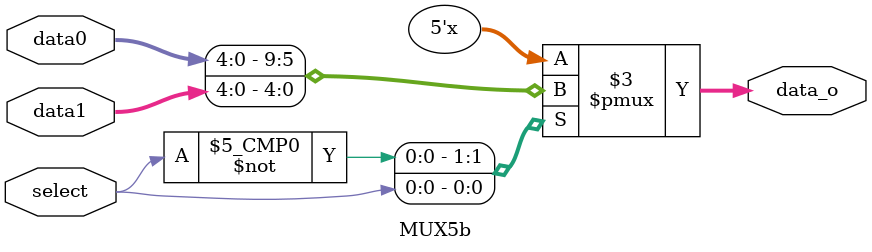
<source format=v>
module MUX5b(
	input [4:0]data0,
	input [4:0]data1,
	input select,
	output reg [4:0]data_o);

initial data_o=0;

always @(data0,data1)begin
case(select)
	1'b0:data_o=data0;
	1'b1:data_o=data1;
endcase
end
endmodule 
</source>
